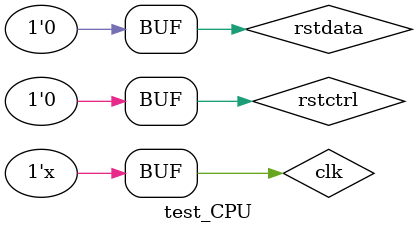
<source format=v>
`timescale 1ns / 1ps

//16-bit Z register is changed to Save



module register(in,out,load,clk,rst);

	input [15:0]in;
	output [15:0]out;
	input rst;
	input clk;
	input load;

	reg [15:0]out;
	always@(posedge clk or posedge rst)
	begin
	   if(rst) 
	      out<=16'b0000000000000000;
	   else if(load)
	     out<=in;

	end
endmodule



module mux2_16(sel,A,B,out);

	input sel;
	input [15:0] A;
	input [15:0] B;
	output reg[15:0] out;

    always @(*)
    begin
	    if(sel)
	    out <= B;
	    else
	    out <= A;
    end

endmodule

module twoscompl(A,out,sel);

	input sel;
	input [15:0] A;
	output [15:0] out;
	mux2_16 m1(sel,A,~A+16'b1,out);
    

endmodule

module tristate_buffer(in,switch,out);

	input [15:0]in;
	output [15:0]out;
	input switch;

	assign out=(switch)? in:16'bzzzzzzzzzzzzzzzz;

endmodule

module PCIncr(outPC,selPC,outMDR,ldPC,clk,rst
    );
	input [1:0]selPC;
	input [15:0]outMDR;
	input ldPC;
	input clk;
	input rst;
	
	inout [15:0]outPC;
	
	wire [15:0] PCreg;
	wire 	[15:0]outX;
	wire 	[15:0]outAdd1;
	wire 	[15:0]outAdd;
	wire carry;
	
	mux2_16 m1(selPC[0], 16'b0000000000000010, outMDR, outX);
	
	adder_16bit add1(outX, outPC,outAdd1 , carry);
	
	mux2_16 m2(selPC[1], outAdd1, outMDR, outAdd);
	
	assign outPC = PCreg;
	register PC(outAdd, PCreg, ldPC, clk, rst);
	
endmodule


module regbank(bus,PA,rd,wr, clk, rst);

	inout [15:0]bus;
	wire [15:0]outreg0;
	wire [15:0]outreg1;
	wire [15:0]outreg2;
	wire [15:0]outreg3;
	wire [15:0]outreg4;
	wire [15:0]outreg5;
	wire [15:0]outreg6;
	wire [15:0]outreg7;
	input [2:0]PA;
	input rd;
	input wr;
	input clk, rst;

	wire [7:0] Tri;

	assign Tri[0] = (~PA[2])&(~PA[1])&(~PA[0]);
	assign Tri[1] = (~PA[2])&(~PA[1])&(PA[0]);
	assign Tri[2] = (~PA[2])&(PA[1])&(~PA[0]);
	assign Tri[3] = (~PA[2])&(PA[1])&(PA[0]);
	assign Tri[4] = (PA[2])&(~PA[1])&(~PA[0]);
	assign Tri[5] = (PA[2])&(~PA[1])&(PA[0]);
	assign Tri[6] = (PA[2])&(PA[1])&(~PA[0]);
	assign Tri[7] = (PA[2])&(PA[1])&(PA[0]);

	register r0(bus,outreg0,Tri[0]&(wr),clk,rst);
	tristate_buffer Tsz0(outreg0,Tri[0]&(rd),bus);

	register r1(bus,outreg1,Tri[1]&(wr),clk,rst);
	tristate_buffer Tsz1(outreg1,Tri[1]&(rd),bus);

	register r2(bus,outreg2,Tri[2]&(wr),clk,rst);
	tristate_buffer Tsz2(outreg2,Tri[2]&(rd),bus);

	register r3(bus,outreg3,Tri[3]&(wr),clk,rst);
	tristate_buffer Tsz3(outreg3,Tri[3]&(rd),bus);

	register r4(bus,outreg4,Tri[4]&(wr),clk,rst);
	tristate_buffer Tsz4(outreg4,Tri[4]&(rd),bus);

	register r5(bus,outreg5,Tri[5]&(wr),clk,rst);
	tristate_buffer Tsz5(outreg5,Tri[5]&(rd),bus);

	register r6(bus,outreg6,Tri[6]&(wr),clk,rst);
	tristate_buffer Tsz6(outreg6,Tri[6]&(rd),bus);

	register r7(bus,outreg7,Tri[7]&(wr),clk,rst);
	tristate_buffer Tsz7(outreg7,Tri[7]&(rd),bus);

endmodule

module adder_16bit ( a ,b ,sum , carry );

	output [15:0] sum ;
	output carry ;

	input [15:0] a ;
	input [15:0] b ; 

	wire [14:0]s;

	full_adder u0 (a[0],b[0],1'b0,sum[0],s[0]);
	full_adder u1 (a[1],b[1],s[0],sum[1],s[1]);
	full_adder u2 (a[2],b[2],s[1],sum[2],s[2]);
	full_adder u3 (a[3],b[3],s[2],sum[3],s[3]);
	full_adder u4 (a[4],b[4],s[3],sum[4],s[4]);
	full_adder u5 (a[5],b[5],s[4],sum[5],s[5]);
	full_adder u6 (a[6],b[6],s[5],sum[6],s[6]);
	full_adder u7 (a[7],b[7],s[6],sum[7],s[7]);
	full_adder u8 (a[8],b[8],s[7],sum[8],s[8]);
	full_adder u9 (a[9],b[9],s[8],sum[9],s[9]);
	full_adder u10 (a[10],b[10],s[9],sum[10],s[10]);
	full_adder u11 (a[11],b[11],s[10],sum[11],s[11]);
	full_adder u12 (a[12],b[12],s[11],sum[12],s[12]);
	full_adder u13 (a[13],b[13],s[12],sum[13],s[13]);
	full_adder u14 (a[14],b[14],s[13],sum[14],s[14]);
	full_adder u15 (a[15],b[15],s[14],sum[15],carry);

endmodule
module full_adder ( a ,b ,c ,sum ,carry );

	output sum ;
	output carry ;

	input a ;
	input b ;
	input c ;

	assign sum = a ^ b ^ c;  
	assign carry = (a&b) | (b&c) | (c&a);

endmodule
module sub(a, b, diff, borrow);

input [15:0]a;
input [15:0]b;
output [15:0]diff;
output borrow;
//output difference;
wire [14:0]s;
//xor(difference,a,b,c);

full_sub u0 (a[0],b[0],1'b0,diff[0],s[0]);
full_sub u1 (a[1],b[1],s[0],diff[1],s[1]);
full_sub u2 (a[2],b[2],s[1],diff[2],s[2]);
full_sub u3 (a[3],b[3],s[2],diff[3],s[3]);
full_sub u4 (a[4],b[4],s[3],diff[4],s[4]);
full_sub u5 (a[5],b[5],s[4],diff[5],s[5]);
full_sub u6 (a[6],b[6],s[5],diff[6],s[6]);
full_sub u7 (a[7],b[7],s[6],diff[7],s[7]);
full_sub u8 (a[8],b[8],s[7],diff[8],s[8]);
full_sub u9 (a[9],b[9],s[8],diff[9],s[9]);
full_sub u10 (a[10],b[10],s[9],diff[10],s[10]);
full_sub u11 (a[11],b[11],s[10],diff[11],s[11]);
full_sub u12 (a[12],b[12],s[11],diff[12],s[12]);
full_sub u13 (a[13],b[13],s[12],diff[13],s[13]);
full_sub u14 (a[14],b[14],s[13],diff[14],s[14]);
full_sub u15 (a[15],b[15],s[14],diff[15],borrow);

endmodule

module full_sub( a ,b ,c ,diff ,borrow );

input a ;
input b ;
input c ;
output diff ;
output borrow ;

assign diff = a ^ b ^ c;   
assign borrow = (~a&b) | (b&c) | (c&~a);

endmodule


module or1(x,y,z);
input [15:0]x;
input [15:0]y;
output [15:0]z;

assign z=x|y;

endmodule

module and1(x,y,z);
input [15:0]x;
input [15:0]y;
output [15:0]z;

assign z=x&y;

endmodule

module alu(X,Y,op,outZ,outC,outV,outS,complbus,clk,rst,ldSave);

	input [15:0] X;
	input [15:0] Y;
	input clk,rst,ldSave;

	output [15:0] complbus;
	input [2:0] op;
	output outZ;
	output outC;
	output outV;
	output outS;
	wire [15:0]add_out;
	wire [15:0]sub_out;
	wire [15:0]comp_out;
	wire [15:0]or_out;
	wire [15:0]and_out;
	reg [15:0]complbus;

	reg outZ;
	reg outC;
	reg outV;
	reg outS;

	wire a ,b ;

	adder_16bit a1(X,Y,add_out,a);
	sub s1(X,Y,sub_out,b);
	twoscompl cc1(X,comp_out,1'b1);
	or1 o1(X,Y,or_out);
	and1 an1(X,Y,and_out);
	always@(*)
	begin
	case(op) 
	3'b000 : complbus = add_out;
	3'b001 : complbus = sub_out;
	3'b010 : complbus = 16'bz;
	3'b011 : complbus = comp_out;
	3'b100 : complbus = and_out;
	3'b101 : complbus = or_out;
	endcase
	if(!rst)
	begin
	if(ldSave)
	begin
	outS <= complbus[15];
	outZ <= (complbus==0);
	if(op == 3'b000) outC <= a;
	case(op)
	3'b000 : outV <= !((X[15]^Y[15]) | (~(X[15]^complbus[15])&~(Y[15]^complbus[15])));
	3'b001 : outV <= !((X[15]^(~Y[15])) | (~(X[15]^complbus[15])&~(~Y[15]^complbus[15])));
	3'b010 : outV <= !((X[15]^(~Y[15])) | (~(X[15]^sub_out[15])&~(~Y[15]^sub_out[15])));
	endcase
	end
	end
	else
	begin
	outS <= 0;
	outZ <= 0;
	outC <= 0;
	outV <= 0;
	end
	end
	 
endmodule

module datapath(ldMA, ldMRMem, ldMRbus, ldIR, selPC, ldPC, ldY, op, ldSave, rd, wr, TMA, TY, TIR, TMRbus, TMRMem, TPC, TSave, PA, inoutIR, outSave, outZ, outC, outV, outS, outMAR, inoutMDR, clk, rst,
	compl1bus,outPC,bus, outMDR
    );
	input ldMA, ldMRMem, ldMRbus, ldIR,clk, rst;
	input [1:0]selPC;
	input rd,wr;
	input ldPC, ldY, ldSave;
	input [2:0] op;
	input [2:0] PA;
	input TMA, TY, TIR, TMRbus, TMRMem, TPC, TSave;


	output [15:0]outSave;
	output outZ;
	output outC;
	output outV;
	output outS;
	output [15:0]outMAR;

	inout [15:0]inoutIR;
	inout [15:0]inoutMDR;

	output [15:0]outPC;
	output [15:0]outMDR;
	wire [15:0]inMDR;
	wire [15:0]outIR;
	wire [15:0]outY;
	wire ldMR;
	assign ldMR = ldMRMem || ldMRbus;
	output [15:0]compl1bus;

	output [15:0]bus;

	register MAR(bus, outMAR, ldMA, clk, rst);
	tristate_buffer t1(outMAR, TMA, bus);

	tristate_buffer t201(inoutMDR, ldMRMem, inMDR);
	tristate_buffer t200(bus, ldMRbus, inMDR);
	register MDR(inMDR, outMDR, ldMR, clk, rst);
	tristate_buffer t2(outMDR, TMRbus, bus);
	tristate_buffer t21(outMDR, TMRMem, inoutMDR);

	register IR(inoutIR, outIR, ldIR, clk, rst);
	tristate_buffer t3(outIR, ~ldIR, inoutIR);

	register Y(bus, outY, ldY, clk, rst);

	PCIncr PCi(outPC, selPC, outMDR, ldPC,clk, rst);
	tristate_buffer TsZ(outPC, TPC, bus);

	

	register Save(compl1bus, outSave, ldSave, clk, rst);
	tristate_buffer TcZ(outSave, TSave, bus);

	regbank rb(bus, PA, rd,wr,clk,rst);

	alu alu1(bus, outY, op, outZ, outC, outV, outS, compl1bus, clk, rst, ldSave);

endmodule

module Controller(outZ, outC, outV, outS, inoutIR, ldMA, ldMRMem, ldMRbus, ldIR, selPC, ldPC, ldY, op, ldSave, rd, wr, TMA, TY, TIR, TMRMem, TMRbus, TPC, TSave, PA, clk, rst, over
    );
	inout [15:0]inoutIR;
	input outZ, outC, outV, outS;
	
	
	input clk, rst;
	input over;
	
	output ldMA, ldMRMem, ldMRbus, ldIR, ldPC, ldY, ldSave, rd, wr, TMA, TY, TIR, TMRMem, TMRbus, TPC, TSave;
	reg ldMA;
	reg ldMRMem;
	reg ldMRbus;
	reg ldIR;
	reg ldPC;
	reg ldY;
	reg ldSave;
	reg rd;
	reg wr;
	reg TMA;
	reg TY;
	reg TIR;
	reg TMRMem;
	reg TMRbus;
	reg TPC;
	reg TSave;
	
	output [1:0]selPC;
	reg [1:0]selPC;
	output [2:0]op;
	reg [2:0]op;
	output [2:0]PA;
	reg [2:0]PA;
	
	
	reg [2:0]stateIR;
	reg [4:0]statei;
	reg [2:0]stater;
	reg [10:0]statex;
	reg [12:0]statedn;
	
	reg flag;
	
	always @(posedge clk)
		begin
			if(rst)
				begin
					stateIR <= 3'b001;
					ldMA <= 0;
					ldMRMem <= 0;
					ldMRbus <= 0;
					ldIR <= 0;
					selPC <= 2'b00;
					ldPC <= 0;
					ldY <= 0;
					op <= 3'b000;
					ldSave <= 0;
					rd <= 0;
					wr <= 0;
					TIR <= 0;
					TY <= 0;
					TMA <= 0;
					TMRMem <= 0;
					TMRbus <= 0;
					TPC <= 0;
					TSave <= 0;
					PA <= 3'b000;
					statei <= 5'b00001;
					stater <= 3'b001;
					statex <= 11'b00000000001;
					statedn <= 13'b0000000000001;
				end
			else
				begin
					case(stateIR)
					3'b000 :
						begin
						ldMA <= 0;
						ldMRMem <= 0;
						ldMRbus <= 0;
						ldIR <= 0;
						selPC <= 2'b00;
						ldPC <= 0;
						ldY <= 0;
						op <= 3'b000;
						ldSave <= 0;
						rd <= 1;
						wr <= 0;
						TIR <= 0;
						TY <= 0;
						TMA <= 0;
						TMRMem <= 0;
						TMRbus <= 0;
						TPC <= 0;
						TSave <= 0;
						//PA <= 3'b000; to read the value in last register
						end
					3'b001 :	//MAR <= PC
						begin
						ldMRMem <= 0;
						ldMRbus <= 0;
						ldIR <= 0;
						selPC <= 2'b00;
						ldPC <= 0;
						ldY <= 0;
						op <= 3'b000;
						ldSave <= 0;
						rd <= 0;
						wr <= 0;
						TIR <= 0;
						TY <= 0;
						TMA <= 0;
						TMRMem <= 0;
						TMRbus <= 0;
						TSave <= 0;
						//PA <= 3'b000
						ldMA <= 1;
						TPC <= 1;
						stateIR <= 3'b010;
						end
					3'b010 : 	//IR <= M[MAR]; PC = PC+2
						begin	
						TPC <= 0;
						ldMA <= 0;
						ldIR <= 1;
						ldPC <= 1;
						selPC <= 2'b00;
						flag <= 0;
						op <= 3'b000;
						stateIR <= 3'b101;
						statei <= 5'b00001;
						stater <= 3'b001;
						statex <= 11'b000000001;
						statedn <= 13'b00000000001;
						end
					3'b101 :
					begin
						ldPC <= 0;
						if(over)
						begin
							ldIR <= 0;
							stateIR <= 3'b100;
						end
					end
					3'b100 :
					begin
					case(inoutIR[15:14])
					2'b00 : 	//load and store
						begin
						case(inoutIR[13:11])
						3'b000 : 
						begin
							case(inoutIR[7:6])
							2'b00:
								case(statei)
								5'b00001 : 	//MAR <= PC
								begin
									ldIR <= 0;
									ldPC <= 0;
									TPC <= 1;
									ldMA <= 1;
									statei <= 5'b00010;
								end
								5'b00010 : 	//MDR <= M[MAR] ; PC <= PC+2
								begin
									TPC <= 0;
									ldMA <= 0;
									ldMRMem <= 1;
									ldPC <= 1;
									
									statei <= 5'b00101;
								end
								5'b00101 :
								begin
									ldPC <= 0;
									if(over)
									begin
										ldMRMem <= 0;
										statei <= 5'b00100;
									end
								end
								5'b00100 : 	//r1 <= MDR
								begin
									ldMRMem <= 0;
									ldPC <= 0;
									TMRbus <= 1;
									PA <= inoutIR[10:8];
									wr <= 1;
									statei <= 5'b00001;
									stateIR <= 3'b001;
								end
								endcase
							2'b01 : 
								case(stater)
								3'b001 : 	//Save <= r2
								begin
									PA <= inoutIR[5:3];
									rd <= 1;
									ldSave <= 1;
									ldIR <= 0;
									ldPC <= 0;
									stater <= 3'b010;
								end
								3'b010 : 	//r1 <= Save
								begin
									rd <= 0;
									ldSave <= 0;
									TSave <= 1;
									PA <= inoutIR[10:8];
									wr <= 1;
									stater <= 3'b001;
									stateIR <= 3'b001;
								end
								endcase
							2'b10 : 
								case(statex)
								11'b00000000001 :	//MAR <= PC;
								begin
									TPC <= 1;
									ldMA <= 1;
									ldIR <= 0;
									ldPC <= 0;
									statex <= 11'b00000000010;
								end
								11'b00000000010 : 	//MDR <= M[MAR]; PC <= PC+2
								begin
									TPC <= 0;
									ldMA <= 0;
									ldMRMem <= 1;
									ldPC <= 1;
									
									statex <= 11'b00000000101;
								end
								11'b00000000101 :
								begin	
									ldPC <= 0;
									if(over)
									begin
										ldMRMem <= 0;
										statex <= 11'b00000000100;
									end
								end
								11'b00000000100 : 	//Y <= MDR;
								begin
									ldMRMem <= 0;
									ldPC <= 0;
									TMRbus <= 1;
									ldY <= 1;
									statex <= 11'b00000001000;
								end
								11'b00000001000 : 	//Save <= Y+r2;
								begin
									TMRbus <= 0;
									ldY <= 0;
									PA <= inoutIR[5:3];
									rd <= 1;
									ldSave <= 1;
									statex <= 11'b00000010000;
								end
								11'b00000010000 : 	//Y <= Save;
								begin
									rd <= 0;
									ldSave <= 0;
									TSave <= 1;
									ldY <= 1;
									statex <= 11'b00000100000;
								end
								11'b00000100000 : 	//Save <= Y+r7;
								begin
									TSave <= 0;
									ldY <= 0;
									PA <= inoutIR[2:0];
									rd <= 1;
									ldSave <= 1;
									statex <= 11'b00001000000;
								end
								11'b00001000000 : 	//MAR <= Save
								begin
									rd <= 0;
									ldSave <= 0;
									TSave <= 1;
									ldMA <= 1;
									statex <= 11'b00010000000;
								end
								11'b00010000000 : 	//MDR <= M[MAR];
								begin
									TSave <= 0;
									ldMA <= 0;
									ldMRMem <= 1;
									
									statex <= 11'b00100000001;
								end
								11'b00100000001 :
								begin
									if(over)
									begin
										ldMRMem <= 0;
										statex <= 11'b00100000000;
									end
								end
								11'b00100000000 : 	//rs <= MDR;
								begin
									ldMRMem <= 0;
									TMRbus <= 1;
									PA <= inoutIR[10:8];
									wr <= 1;
									statex <= 11'b00000000001;
									stateIR <= 3'b001;
									end
								endcase
							2'b11 : 
								case(statedn)
								13'b0000000000001 :	//MAR <= PC;
								begin
									TPC <= 1;
									ldMA <= 1;
									ldIR <= 0;
									ldPC <= 0;
									statedn <= 13'b0000000000010;
								end
								13'b0000000000010 : 	//MDR <= M[MAR]; PC <= PC+2
								begin
									TPC <= 0;
									ldMA <= 0;
									ldMRMem <= 1;
									ldPC <= 1;
									
									statedn <= 13'b0000000000101;
								end
								13'b0000000000101 :
								begin
									ldPC <= 0;
									if(over)
									begin
										ldMRMem <= 0;
										statedn <= 13'b0000000000100;
									end
								end
								13'b0000000000100 : 	//Y <= MDR;
								begin
									ldMRMem <= 0;
									ldPC <= 0;
									TMRbus <= 1;
									ldY <= 1;
								statedn <= 13'b0000000001000;
								end
								13'b0000000001000 : 	//Save <= Y+r2;
								begin
									TMRbus <= 0;
									ldY <= 0;
									PA <= inoutIR[5:3];
									rd <= 1;
									ldSave <= 1;
									statedn <= 13'b0000000010000;
								end
								13'b0000000010000 : 	//Y <= Save;
								begin
									rd <= 0;
									ldSave <= 0;
									TSave <= 1;
									ldY <= 1;
									statedn <= 13'b0000000100000;
								end
								13'b0000000100000 : 	//Save <= Y+r7;
								begin
									TSave <= 0;
									ldY <= 0;
									PA <= inoutIR[2:0];
									rd <= 1;
									ldSave <= 1;
								statedn <= 13'b0000001000000;
								end
								13'b0000001000000 : 	//MAR <= Save
								begin
									rd <= 0;
									ldSave <= 0;
									TSave <= 1;
									ldMA <= 1;
									statedn <= 13'b0000010000000;
								end
								13'b0000010000000 : 	//MDR <= M[MAR];
								begin
									TSave <= 0;
									ldMA <= 0;
									ldMRMem <= 1;
									if(over)
										statedn <= 13'b0000100000000;
								end
								13'b0000100000000 : 	//MAR <= MDR;
								begin
									ldMRMem <= 0;
									TMRbus <= 1;
									ldMA <= 1;
									statedn <= 13'b0001000000000;
								end
								13'b0001000000000 : 	//MDR <= M[MAR];
								begin
									TMRbus <= 0;
									ldMA <= 0;
									ldMRMem <= 1;
									if(over)
									begin
										ldMRMem <= 0;
										statedn <= 13'b0010000000000;
									end
								end
								13'b0010000000000 : 	//rs <= MDR;
								begin
									ldMRMem <= 0;
									TMRbus <= 1;
									PA <= inoutIR[10:8];
									wr <= 1;
									statedn <= 13'b0000000000001;
									stateIR <= 3'b001;
								end
								endcase
							endcase
							end
							3'b001 : 
							case(inoutIR[7:6]) 
							2'b00 : 
								case(statex)
								11'b00000000001 :	//MAR <= PC;
								begin
									TPC <= 1;
									ldMA <= 1;
									ldIR <= 0;
									ldPC <= 0;
									statex <= 11'b00000000010;
								end
								11'b00000000010 : 	//MDR <= M[MAR]; PC <= PC+2
								begin
									TPC <= 0;
									ldMA <= 0;
									ldMRMem <= 1;
									ldPC <= 1;
									
									statex <= 11'b00000000101;
								end
								11'b00000000101 :
								begin
									ldPC <= 0;
									if(over)
									begin
										ldMRMem <= 0;
										statex <= 11'b00000000100;
									end
								end
								11'b00000000100 : 	//Y <= MDR;
								begin
									ldMRMem <= 0;
									ldPC <= 0;
									TMRbus <= 1;
									ldY <= 1;
									statex <= 11'b00000001000;
								end
								11'b00000001000 : 	//Save <= Y+r1;
								begin
									TMRbus <= 0;
									ldY <= 0;
									PA <= inoutIR[10:8];
									rd <= 1;
									ldSave <= 1;
									statex <= 11'b00000010000;
								end
								11'b00000010000 : 	//MAR <= Save;
								begin
									rd <= 0;
									ldSave <= 0;
									TSave <= 1;
									ldMA <= 1;
									statex <= 11'b00000100000;
								end
								11'b00000100000 : 	//MDR <= r2;
								begin
									TSave <= 0;
									ldMA <= 0;
									PA <= inoutIR[5:3];
									rd <= 1;
									ldMRbus <= 1;
									statex <= 11'b00001000000;
								end
								11'b00001000000 : 	//M[MAR] <= MDR
								begin
									rd <= 0;
									ldMRbus <= 0;
									TMRMem <= 1;
									if(over)
									begin
										TMRMem <= 0;
										statex <= 11'b00000000001;
									end
									if(over)
										stateIR <= 3'b001;
								end
								endcase
							2'b01 :
								case(statedn)
								13'b0000000000001 :	//MAR <= PC;
								begin
									TPC <= 1;
									ldMA <= 1;
									ldIR <= 0;
									ldPC <= 0;
									statedn <= 13'b0000000000010;
								end
								13'b0000000000010 : 	//MDR <= M[MAR]; PC <= PC+2
								begin
									TPC <= 0;
									ldMA <= 0;
									ldMRMem <= 1;
									ldPC <= 1;
									
									statedn <= 13'b0000000000101;
								end
								13'b0000000000101 :
								begin
									ldPC <= 0;
									if(over)
									begin
										ldMRMem <= 0;
										statedn <= 13'b0000000000100;
									end
								end
								13'b0000000000100 : 	//Y <= MDR;
								begin
									ldMRMem <= 0;
									ldPC <= 0;
									TMRbus <= 1;
									ldY <= 1;
									statedn <= 13'b0000000001000;
								end
								13'b0000000001000 : 	//Save <= Y+r1;
								begin
									TMRbus <= 0;
									ldY <= 0;
									PA <= inoutIR[10:8];
									rd <= 1;
									ldSave <= 1;
									statedn <= 13'b0000000010000;
								end
								13'b0000000010000 : 	//MAR <= Save;
								begin
									rd <= 0;
									ldSave <= 0;
									TSave <= 1;
									ldMA <= 1;
									statedn <= 13'b0000000100000;
								end
								13'b0000000100000 : 	//MDR <= M[MAR];
								begin
									TSave <= 0;
									ldMA <= 0;
									ldMRMem <= 1;
									if(over)
									begin
										ldMRMem <= 0;
										statedn <= 13'b0000001000000;
									end
								end
								13'b0000001000000 : 	//MAR <= MDR
								begin
									ldMRMem <= 0;
									TMRbus <= 1;
									ldMA <= 1;
									statedn <= 13'b0000010000000;
								end
								13'b0000010000000 : 	//MDR <= r2;
								begin
									TMRbus <= 0;
									ldMA <= 0;
									PA <= inoutIR[5:3];
									rd <= 1;
									ldMRMem <= 1;
									statedn <= 13'b0000100000000;
								end
								13'b0000100000000 : 	//M[MAR] <= MDR;
								begin
									ldMRMem <= 0;
									rd <= 0;
									TMRMem <= 1;
									if(over)
									begin
										TMRMem <= 0;
										statedn <= 13'b0000000000001;
									end
									if(over)
										stateIR <= 3'b001;
								end
								endcase
							endcase
						endcase
							end
							2'b01 :
							begin
							case(inoutIR[7:6]) 
							2'b00 :
							case(statei) 
							5'b00001 :	//MAR <= PC
								begin
									ldIR <= 0;
									ldPC <= 0;
									TPC <= 1;
									ldMA <= 1;
									statei <= 5'b00010;
								end
							5'b00010 :	//MDR <= M[MAR] ; PC <= PC+2
								begin
								TPC <= 0;
								ldMA <= 0;
								ldMRMem <= 1;
								ldPC <= 1;

								statei <= 5'b00101;
								end
							5'b00101 :
							begin
								ldPC <= 0;
								if(over)
								begin
									ldMRMem <= 0;
									statei <= 5'b00100;
								end
							end
							5'b00100 :	//Y <= MDR
								begin
								ldMRMem <= 0;
								ldPC <= 0;
								TMRbus <= 1;
								ldY <= 1;
								statei <= 5'b01000;
								end
							5'b01000 :	//Save <= r1 op Y
								begin
								TMRbus <= 0;
								ldY <= 0;
								op <= inoutIR[13:11];
								PA <= inoutIR[10:8];
								rd <= 1;
								ldSave <= 1;
								statei <= 5'b10000;
								end
							5'b10000 :	//r1 <= Save
								begin
								rd <= 0;
								ldSave <= 0;
								TSave <= 1;
								wr <= 1;
								statei <= 5'b00001;
								stateIR <= 3'b001;
								end
							endcase
							2'b01 : 
								case(stater) 
								3'b001 :	//Y <= r2;
								begin
								ldIR <= 0;
								ldPC <= 0;
								PA <= inoutIR[5:3];
								rd <= 1;
								ldY <= 1;
								stater <= 3'b010;
								end
								3'b010 :	//Save <= r1 op Y
								begin
								ldY <= 0;
								op <= inoutIR[13:11];
								PA <= inoutIR[10:8];
								ldSave <= 1;
								stater <= 3'b100;
								end
								3'b100 :	//r1 <= Save
								begin
								ldSave <= 0;
								rd <= 0;
								TSave <= 1;
								wr <= 1;
								stater <= 3'b001;
								stateIR <= 3'b001;
								end
								endcase
							2'b10 :
								case(statex)
								11'b00000000001 :	//MAR <= PC;
									begin
									TPC <= 1;
									ldMA <= 1;
									ldIR <= 0;
									ldPC <= 0;
									statex <= 11'b00000000010;
									end
								11'b00000000010 : 	//MDR <= M[MAR]; PC <= PC+2
									begin
									TPC <= 0;
									ldMA <= 0;
									ldMRMem <= 1;
									ldPC <= 1;
									
									statex <= 11'b00000000101;
									end
								11'b00000000101 :
								begin
									ldPC <= 0;
									if(over)
									begin
										ldMRMem <= 0;
										statex <= 11'b00000000100;
									end
								end
								11'b00000000100 : 	//Y <= MDR;
								begin
								ldMRMem <= 0;
								ldPC <= 0;
								TMRbus <= 1;
								ldY <= 1;
								statex <= 11'b00000001000;
								end
								11'b00000001000 : 	//Save <= Y+r2;
								begin
								TMRbus <= 0;
								ldY <= 0;
								PA <= inoutIR[5:3];
								rd <= 1;
								ldSave <= 1;
								statex <= 11'b00000010000;
								end
								11'b00000010000 : 	//Y <= Save;
								begin
								rd <= 0;
								ldSave <= 0;
								TSave <= 1;
								ldY <= 1;
								statex <= 11'b00000100000;
								end
								11'b00000100000 : 	//Save <= Y+r3;
								begin
								TSave <= 0;
								ldY <= 0;
								PA <= inoutIR[2:0];
								rd <= 1;
								ldSave <= 1;
								statex <= 11'b00001000000;
								end
								11'b00001000000 : 	//MAR <= Save
								begin
								rd <= 0;
								ldSave <= 0;
								TSave <= 1;
								ldMA <= 1;
								statex <= 11'b00010000000;
								end
								11'b00010000000 : 	//MDR <= M[MAR];
								begin
								TSave <= 0;
								ldMA <= 0;
								ldMRMem <= 1;
								if(over)
								begin
									ldMRMem <= 0;
									statex <= 11'b00100000000;
								end
								end
								11'b00100000000 : 	//Y <= MDR;
								begin
								ldMRMem <= 0;
								TMRbus <= 1;
								ldY <= 1;
								statex <= 11'b01000000000;
								end
								11'b01000000000 :	//Save <= r1 op Y
								begin
								TMRbus <= 0;
								ldY <= 0;
								op <= inoutIR[13:11];
								PA <= inoutIR[10:8];
								rd <= 1;
								ldSave <= 1;
								statex <= 11'b10000000000;
								end
								11'b10000000000 :	//r1 <= Save
								begin
								rd <= 0;
								ldSave <= 0;
								TSave <= 1;
								wr <= 1;
								statex <= 11'b00000000001;
								stateIR <= 3'b001;
								end
							endcase
							2'b11 :
								case(statedn)
								13'b0000000000001 :	//MAR <= PC;
								begin
								TPC <= 1;
								ldMA <= 1;
								ldIR <= 0;
								ldPC <= 0;
								statedn <= 13'b0000000000010;
								end
								13'b0000000000010 : 	//MDR <= M[MAR]; PC <= PC+2
								begin
								TPC <= 0;
								ldMA <= 0;
								ldMRMem <= 1;
								ldPC <= 1;
								
								statedn <= 13'b0000000000101;
								end
								13'b0000000000101:
								begin
									ldPC <= 0;
									if(over)
									begin
										ldMRMem <= 0;
										statedn <= 13'b0000000000100;
									end
								end
								13'b0000000000100 : 	//Y <= MDR;
								begin
								ldMRMem <= 0;
								ldPC <= 0;
								TMRbus <= 1;
								ldY <= 1;
								statedn <= 13'b0000000001000;
								end
								13'b0000000001000 : 	//Save <= Y+r2;
								begin
								TMRbus <= 0;
								ldY <= 0;
								PA <= inoutIR[5:3];
								rd <= 1;
								ldSave <= 1;
								statedn <= 13'b0000000010000;
								end
								13'b0000000010000 : 	//Y <= Save;
								begin
								rd <= 0;
								ldSave <= 0;
								TSave <= 1;
								ldY <= 1;
								statedn <= 13'b0000000100000;
								end
								13'b0000000100000 : 	//Save <= Y+r7;
								begin
								TSave <= 0;
								ldY <= 0;
								PA <= inoutIR[2:0];
								rd <= 1;
								ldSave <= 1;
								statedn <= 13'b0000001000000;
								end
								13'b0000001000000 : 	//MAR <= Save
								begin
								rd <= 0;
								ldSave <= 0;
								TSave <= 1;
								ldMA <= 1;
								statedn <= 13'b0000010000000;
								end
								13'b0000010000000 : 	//MDR <= M[MAR];
								begin
								TSave <= 0;
								ldMA <= 0;
								ldMRMem <= 1;
								if(over)
								begin
									ldMRMem <= 0;
									statedn <= 13'b0000100000000;
								end
								end
								13'b0000100000000 : 	//MAR <= MDR;
								begin
								ldMRMem <= 0;
								TMRbus <= 1;
								ldMA <= 1;
								statedn <= 13'b0001000000000;
								end
								13'b0001000000000 : 	//MDR <= M[MAR];
								begin
								TMRbus <= 0;
								ldMA <= 0;
								ldMRMem <= 1;
								if(over)
								begin
									ldMRMem <=0;
									statedn <= 13'b0010000000000;
								end
								end
								13'b0010000000000 : 	//Y <= MDR;
								begin
								ldMRMem <= 0;
								TMRbus <= 1;
								ldY <= 1;
								statedn <= 13'b0000000000001;
								end
								13'b0100000000000 : 	//Save <= r1 op Y;
								begin
								TMRbus <= 0;
								ldY <= 0;
								op <= inoutIR[13:11];
								PA <= inoutIR[10:8];
								rd <= 1;
								ldSave <= 1;
								statedn <= 13'b1000000000000;
								end
								13'b1000000000000 : 	//r1 <= Save;
								begin
								ldSave <= 0;
								rd <= 0;
								TSave <= 1;
								wr <= 1;
								statedn <= 13'b0000000000001;
								stateIR <= 3'b001;
								end
							endcase
						endcase
					end
					2'b10 : 
						begin
							case(statei)
							5'b00001 :	//assigning flag; MAR <= PC
							begin
							ldIR <= 0;
							ldPC <= 0;
							TPC <= 1;
							ldMA <= 1;
							if(inoutIR[13]==0 && inoutIR[12]==0 && inoutIR[11] == 0)
							flag <= (outZ & ~inoutIR[10]) | (~outZ & inoutIR[10]);
							else if(inoutIR[13]==0 && inoutIR[12]==0 && inoutIR[11] == 1)
							flag <= (outC & ~inoutIR[10]) | (~outC & inoutIR[10]);
							else if(inoutIR[13]==0 && inoutIR[12]==1 && inoutIR[11] == 0)
							flag <= (outV & ~inoutIR[10]) | (~outV & inoutIR[10]);
							else if(inoutIR[13]==0 && inoutIR[12]==1 && inoutIR[11] == 1)
							flag <= (outS & ~inoutIR[10]) | (~outS & inoutIR[10]);
							else if(inoutIR[13]==1 && inoutIR[12]==0 && inoutIR[11] == 0)
							flag <= 1;
							
							statei <= 5'b00010;
							end
							5'b00010 :	//MDR <= M[MAR]
							begin
							TPC <= 0;
							ldMA <= 0;
							ldMRMem <= 1;
							if(over)
							begin
								ldMRMem <=0;
								statei <= 5'b00100;
							end
							end
							5'b00100 :	//(flag) ? PC <= PC+label : PC <= PC+2;
								begin
									ldMRMem <= 0;
									if(flag)
										selPC <= 2'b01;
									else
										selPC <= 2'b00;
									ldPC <= 1;
									statei <= 5'b00001;
									stateIR <= 3'b001;
								end
							endcase
						end
						2'b11 :
							case(inoutIR[13:11])
								3'b000 :
									begin
										case(statei) 
										5'b00001 :	//MAR <= PC ; PC <= PC+2
										begin
											ldIR <= 0;
											selPC <= 2'b00;
											ldPC <= 1;
											TPC <= 1;
											ldMA <= 1;
											statei <= 5'b00010;
										end
										5'b00010 :	//MDR <= M[PC]; Y <= PC;
										begin
											ldMA <= 0;
											ldPC <= 0;
											ldMRMem <= 1;
											TPC <= 1;
											ldY <= 1;
											if(over)
											begin
												ldMRMem <= 0;
												statei <= 5'b00100;
											end
										end
										5'b00100 :	//Save <= MDR + Y
										begin
											TPC <= 0;
											ldMRMem <= 0;
											ldY <= 0;
											op <= 3'b000;
											TMRbus <= 1;
											ldSave <= 1;
											statei <= 5'b01000;
										end
										5'b01000 :	//MDR <= Save;
										begin
											TMRbus <= 0;
											ldSave <= 0;
											TSave <= 1;
											ldMRbus <= 1;
											statei <= 5'b10000;
										end
										5'b10000 :	//PC <= MDR; r0 <= PC
										begin
											TSave <= 0;
											ldMRbus <= 0;
											selPC <= 2'b10;
											ldPC <= 1;
											TPC <= 1;
											PA <= inoutIR[10:8];
											wr <= 1;
											statei <= 5'b00001;
											stateIR <= 3'b001;
											end
										endcase
									end
								3'b001 :
									begin
										case(stater)
											3'b001 :	//MDR <= r0
												begin
												ldIR <= 0;
												ldPC <= 0;
												PA <= inoutIR[10:8];
												rd <= 1;
												ldMRbus <= 1;
												stater <= 3'b010;
												end
											3'b010 :	//PC <= MDR
												begin
												rd <= 0;
												ldMRbus <= 0;
												selPC <= 2'b10;
												ldPC <= 1;
												stater <= 3'b001;
												stateIR <= 3'b001;
											end
										endcase 
									end
								3'b111 :
									begin
										stateIR <= 3'b000;
									end
								endcase
							endcase
						end
					endcase
			end
	end

endmodule


module CPU(inoutIR, inoutMDR, clk, rstctrl, rstdata,
	ldMA, ldMRMem, ldMRbus, ldIR, selPC, ldPC, ldY, op, ldSave, rd, wr, TMA, TY, TIR, TMRbus, TMRMem, TPC, TSave, PA, outSave, outZ, outC, outV, outS, outMAR,
	compl1bus,outPC,bus, outMDR,over
    );
	 inout [15:0]inoutIR;
	 inout [15:0]inoutMDR;
	 
	 output ldMA, ldMRMem, ldMRbus, ldIR, ldPC, ldY, ldSave, rd, wr, TMA, TY, TIR, TMRbus, TMRMem, TPC, TSave, outZ, outC, outV, outS;
	 output [15:0]outMAR;
	 output [2:0]PA;
	 output [2:0]op;
	 output [1:0]selPC;
	 
	 output [15:0]outSave;
	 output [15:0]outPC;
	 output [15:0]outMDR;
	 output [15:0]compl1bus;
	 output [15:0]bus;
	 output over;
	 input clk,rstctrl,rstdata;
	 
	Controller c1(outZ, outC, outV, outS, inoutIR, ldMA, ldMRMem, ldMRbus, ldIR, selPC, ldPC, ldY, op, ldSave, rd, wr, TMA, TY, TIR, TMRMem, TMRbus, TPC, TSave, PA, clk, rstctrl,over);
	datapath d1(ldMA, ldMRMem, ldMRbus, ldIR, selPC, ldPC, ldY, op, ldSave, rd, wr, TMA, TY, TIR, TMRbus, TMRMem, TPC, TSave, PA, inoutIR, outSave, outZ, outC, outV, outS, outMAR, inoutMDR, clk, rstdata,
	compl1bus,outPC,bus, outMDR
	);
	memory mem1(outMAR,inoutMDR,inoutIR,TMRMem,ldMRMem,ldIR,over,clk,rstdata);

endmodule

module memory(outMAR,inoutMDR,inoutIR,TMRMem,ldMRMem,ldIR,over,clk,rstdata);

input [15:0]outMAR;
inout [15:0]inoutMDR;
output [15:0]inoutIR;
input TMRMem;
input ldMRMem;
input ldIR;
output reg over;
input clk;
input rstdata;

reg [7:0] mem[0:6000];
reg stateMem;

reg [15:0]data_out;

assign inoutMDR = (ldMRMem) ? data_out : 16'bzzzzzzzzzzzzzzzz;
assign inoutIR = (ldIR) ? data_out : 16'bzzzzzzzzzzzzzzzz;

always@(posedge clk )
begin
	if(rstdata)
	begin
		stateMem <= 0;
		over <= 0;
		data_out <= 16'b0000000000000000;
		
	{mem[0],mem[1]} <= 16'b0000000100000000; //li r1,100 //r1=100
	{mem[2],mem[3]} <= 16'b0000000001100100; //100
	{mem[4],mem[5]} <= 16'b0000001001001000; // lr r2,r1 //r2=100 
	{mem[6],mem[7]} <= 16'b0100000100000000; //addi r1,43 //r1=143
	{mem[8],mem[9]} <= 16'b0000000000101011; //43
	{mem[10],mem[11]} <= 16'b0000001110001010; //lx r3, 100(r1,r2); // r3=M[343]
	{mem[12],mem[13]} <= 16'b0000000000000000; // 0
	{mem[14],mem[15]} <= 16'b0000001001011000; //lr r2,r3; //r2=4
	
	{mem[243],mem[244]} <= 16'b0000000001100100; //4
	
	{mem[16],mem[17]} <= 16'b1111111111111111; //end
 
	
	end
	else
	begin
		if(stateMem == 0 )
			over <= 0;
		#1;
		if(ldMRMem || TMRMem || ldIR)
		begin
			if(ldMRMem || ldIR)
				data_out <= {mem[outMAR[3:0]],mem[outMAR[3:0]+1]};
			if(TMRMem)
				{mem[outMAR[3:0]],mem[outMAR[3:0]+1]} = inoutMDR;
			$display("%d",{mem[8],mem[9]});
			case(stateMem)
			1'b0 :
			begin
				over <= 0;
				stateMem <= 1;
			end
			1'b1 :
			begin
				over <= 1;
				stateMem <= 0;
			end
			endcase
		end
	end
end
	


endmodule




module test_PC1;

	// Inputs
	reg [1:0]selPC;
	reg [15:0] outY;
	reg ldPC;
	reg clk;
	reg rst;

	// Outputs
	wire [15:0] bus;

	// Bidirs
	wire [15:0] outPC;

	// Instantiate the Unit Under Test (UUT)
	PCIncr uut (outPC,selPC,outY,ldPC,clk,rst
	);

	initial begin
	// Initialize Inputs
	selPC = 2'b00;
	outY = 16'b0001001001111001;
	ldPC = 0;
	clk = 0;
	rst = 1;

	// Wait 100 ns for global reset to finish
	#10;
	rst=0;
	
	#5
	ldPC = 1;
	#5
	ldPC = 0;
	#10
	selPC = 2'b01;
	#5
	ldPC = 1'b1;
	#5
	ldPC = 1'b0;
	selPC = 2'b00;
	#10
	ldPC = 1'b1;
	#50;
        
	// Add stimulus here

	end
	always
	#5 clk=~clk;
      
endmodule

module test_reg;

	// Inputs
	reg [15:0] in;
	reg load;
	reg clk;
	reg rst;

	// Outputs
	wire [15:0] out;

	// Instantiate the Unit Under Test (UUT)
	register uut (
	.in(in), 
	.out(out), 
	.load(load), 
	.clk(clk), 
	.rst(rst)
	);

	initial begin
	// Initialize Inputs
	in = 100;
	load = 0;
	clk = 0;
	rst = 1;
	#10
	rst = 0;
	#15
	load = 1;
	#10
	load  =0;
	

	// Wait 100 ns for global reset to finish
	#100;
        
	// Add stimulus here

	end
	
	always
	#5 clk = ~clk;
      
endmodule


module test_alu;

	// Inputs
	reg [15:0] X;
	reg [15:0] Y;
	reg [5:0] op;
	reg clk;

	// Outputs
	wire outZ;
	wire outC;
	wire outV;
	wire outS;
	wire [15:0] complbus;

	// Instantiate the Unit Under Test (UUT)
	alu uut (
	.X(X), 
	.Y(Y), 
	.op(op), 
	.outZ(outZ), 
	.outC(outC), 
	.outV(outV), 
	.outS(outS), 
	.complbus(complbus),
	.clk(clk)
	);

	initial begin
	// Initialize Inputs
	X = 1;
	Y = 2;
	op = 0;
	clk=0;

	// Wait 100 ns for global reset to finish
	#15;
	
	X=3;
	Y=2;
	op=3'b001;
	
	
	#15
	
	X=15;
	Y=1;
	op=3'b010;
	
	#5
	X=14;
	Y=5;
	op=3'b011;
	
	   
        
	// Add stimulus here

	end
      
endmodule

module test_data;

	// Inputs
	reg ldMA;
	reg ldMRMem;
	reg ldMRbus;
	reg ldIR;
	reg [1:0]selPC;
	reg ldPC;
	reg ldY;
	reg [2:0] op;
	reg ldSave;
	reg rd;
	reg wr;
	reg TMA;
	reg TY;
	reg TIR;
	reg TMRMem;
	reg TMRbus;
	reg TPC;
	reg TSave;
	reg [2:0] PA;
	reg clk;
	reg rst;

	// Outputs
	wire [15:0] outSave;
	wire outZ;
	wire outC;
	wire outV;
	wire outS;
	wire [15:0] outMAR;
	wire [15:0] outPC;
	wire [15:0] compl1bus;
	wire [15:0] bus;
	wire [15:0] outMDR;
	wire over;

	// Bidirs
	wire [15:0] inoutIR;
	wire [15:0] inoutMDR;
	
	reg [15:0] IR_reg ;
	reg [15:0] MDR_reg ;
	// Instantiate the Unit Under Test (UUT)
	datapath uut (ldMA, ldMRMem, ldMRbus, ldIR, selPC, ldPC, ldY, op, ldSave, rd, wr, TMA, TY, TIR, TMRbus, TMRMem, TPC, TSave, PA, inoutIR,
	outSave, outZ, outC, outV, outS, outMAR, inoutMDR, clk, rst,
	compl1bus,outPC,bus, outMDR
    );
	 
	 assign inoutIR = (ldIR) ? IR_reg : 16'bzzzzzzzzzzzzzzzz;
	 assign inoutMDR = (ldMRMem) ? MDR_reg : 16'bzzzzzzzzzzzzzzzz;

	initial begin
	// Initialize Inputs
	ldMA = 1;
	ldMRMem = 0;
	ldMRbus = 0;
	ldIR = 0;
	selPC = 2'b00;
	ldPC = 0;
	ldY = 0;
	op = 0;
	ldSave = 0;
	rd = 0;
	wr = 0;
	TIR = 0;
	TY = 0;
	TMA = 0;
	TMRMem = 0;
	TMRbus = 0;
	TPC = 1;
	TSave = 0;
	PA = 0;
	clk = 0;
	rst = 1;
	IR_reg = 16'b0000000001111111;
	MDR_reg = 16'b1001101111000001;

	// Wait 100 ns for global reset to finish
	#10;
	rst = 0;
	#10
	TPC = 0;
	ldMA = 0;
	ldIR = 1;
	ldPC = 1;
	#10;
	ldIR = 0;
	ldPC = 0;
	TPC = 1;
	ldMA = 1;
	#10
	TPC = 0;
	ldMA = 0;
	ldMRMem = 1;
	ldPC = 1;
	#10
	ldMRMem = 0;
	ldPC = 0;
	TMRbus = 1;
	PA = 3'b000;
	wr = 1;
	MDR_reg = 16'b0000000000001001;
	#10
	wr = 0;
	TMRbus = 0;
	ldMRMem = 1;
	#10
	rd = 1;
	
	
	
        
	// Add stimulus here

	end
	
	always
	#5 clk=~clk;
      
endmodule


module test_CPU;

	// Inputs
	reg clk;
	reg rstctrl;
	reg rstdata;

	// Outputs
	wire ldMA;
	wire ldMRMem;
	wire ldMRbus;
	wire ldIR;
	wire [1:0]selPC;
	wire ldPC;
	wire ldY;
	wire [2:0] op;
	wire ldSave;
	wire rd;
	wire wr;
	wire TMA;
	wire TY;
	wire TIR;
	wire TMRbus;
	wire TMRMem;
	wire TPC;
	wire TSave;
	wire [2:0] PA;
	wire [15:0] outSave;
	wire outZ;
	wire outC;
	wire outV;
	wire outS;
	wire [15:0] outMAR;
	wire [15:0] compl1bus;
	wire [15:0] outPC;
	wire [15:0] bus;
	wire [15:0] outMDR;
	wire over;

	// Bidirs
	wire [15:0] inoutIR;
	wire [15:0] inoutMDR;

	// Instantiate the Unit Under Test (UUT)
	CPU uut (
	.inoutIR(inoutIR), 
	.inoutMDR(inoutMDR), 
	.clk(clk), 
	.rstctrl(rstctrl), 
	.rstdata(rstdata), 
	.ldMA(ldMA), 
	.ldMRMem(ldMRMem), 
	.ldMRbus(ldMRbus), 
	.ldIR(ldIR), 
	.selPC(selPC), 
	.ldPC(ldPC), 
	.ldY(ldY), 
	.op(op), 
	.ldSave(ldSave), 
	.rd(rd), 
	.wr(wr), 
	.TMA(TMA), 
	.TY(TY), 
	.TIR(TIR), 
	.TMRbus(TMRbus), 
	.TMRMem(TMRMem), 
	.TPC(TPC), 
	.TSave(TSave), 
	.PA(PA), 
	.outSave(outSave), 
	.outZ(outZ), 
	.outC(outC), 
	.outV(outV), 
	.outS(outS), 
	.outMAR(outMAR), 
	.compl1bus(compl1bus), 
	.outPC(outPC), 
	.bus(bus), 
	.outMDR(outMDR),
	.over(over)
	);

	initial begin
	// Initialize Inputs
	clk = 1;
	rstctrl = 1;
	rstdata = 1;
	
	#10
	rstctrl = 0;
	rstdata = 0;
	// Wait 100 ns for global reset to finish
	#200;
        
	// Add stimulus here

	end
	
	always
	#5 clk = ~clk;
      
endmodule


</source>
